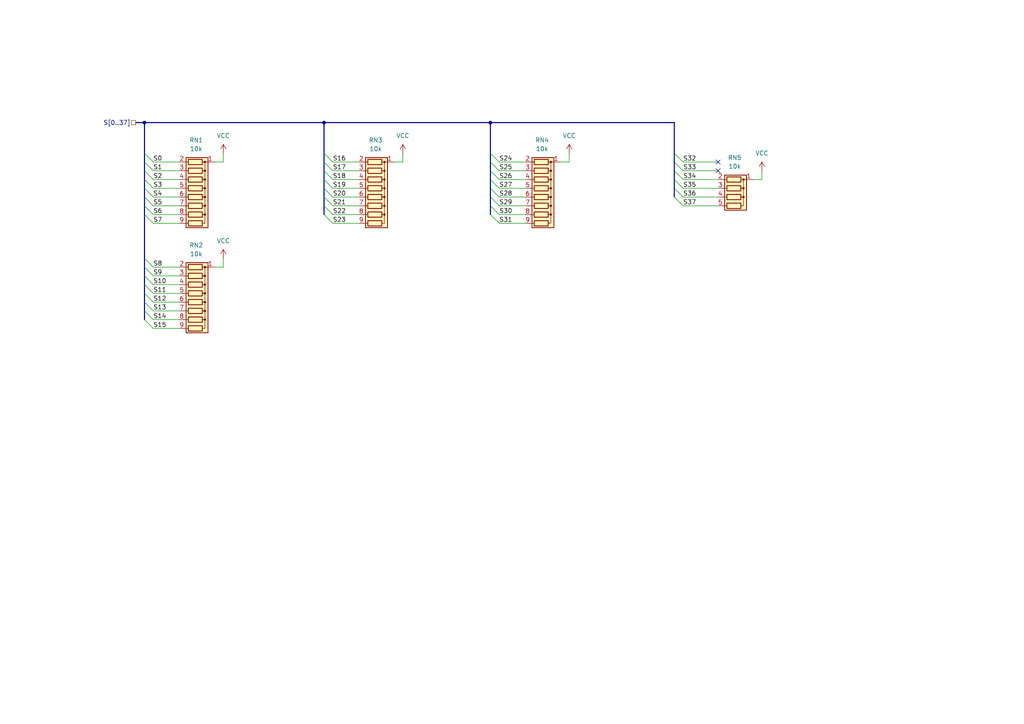
<source format=kicad_sch>
(kicad_sch (version 20211123) (generator eeschema)

  (uuid 37b3dfab-1fda-40e5-a6e8-2b21d90dc181)

  (paper "A4")

  (title_block
    (title "Main Board for Z80")
    (rev "v1.0")
  )

  (lib_symbols
    (symbol "Device:R_Network04" (pin_names (offset 0) hide) (in_bom yes) (on_board yes)
      (property "Reference" "RN" (id 0) (at -7.62 0 90)
        (effects (font (size 1.27 1.27)))
      )
      (property "Value" "R_Network04" (id 1) (at 5.08 0 90)
        (effects (font (size 1.27 1.27)))
      )
      (property "Footprint" "Resistor_THT:R_Array_SIP5" (id 2) (at 6.985 0 90)
        (effects (font (size 1.27 1.27)) hide)
      )
      (property "Datasheet" "http://www.vishay.com/docs/31509/csc.pdf" (id 3) (at 0 0 0)
        (effects (font (size 1.27 1.27)) hide)
      )
      (property "ki_keywords" "R network star-topology" (id 4) (at 0 0 0)
        (effects (font (size 1.27 1.27)) hide)
      )
      (property "ki_description" "4 resistor network, star topology, bussed resistors, small symbol" (id 5) (at 0 0 0)
        (effects (font (size 1.27 1.27)) hide)
      )
      (property "ki_fp_filters" "R?Array?SIP*" (id 6) (at 0 0 0)
        (effects (font (size 1.27 1.27)) hide)
      )
      (symbol "R_Network04_0_1"
        (rectangle (start -6.35 -3.175) (end 3.81 3.175)
          (stroke (width 0.254) (type default) (color 0 0 0 0))
          (fill (type background))
        )
        (rectangle (start -5.842 1.524) (end -4.318 -2.54)
          (stroke (width 0.254) (type default) (color 0 0 0 0))
          (fill (type none))
        )
        (circle (center -5.08 2.286) (radius 0.254)
          (stroke (width 0) (type default) (color 0 0 0 0))
          (fill (type outline))
        )
        (rectangle (start -3.302 1.524) (end -1.778 -2.54)
          (stroke (width 0.254) (type default) (color 0 0 0 0))
          (fill (type none))
        )
        (circle (center -2.54 2.286) (radius 0.254)
          (stroke (width 0) (type default) (color 0 0 0 0))
          (fill (type outline))
        )
        (rectangle (start -0.762 1.524) (end 0.762 -2.54)
          (stroke (width 0.254) (type default) (color 0 0 0 0))
          (fill (type none))
        )
        (polyline
          (pts
            (xy -5.08 -2.54)
            (xy -5.08 -3.81)
          )
          (stroke (width 0) (type default) (color 0 0 0 0))
          (fill (type none))
        )
        (polyline
          (pts
            (xy -2.54 -2.54)
            (xy -2.54 -3.81)
          )
          (stroke (width 0) (type default) (color 0 0 0 0))
          (fill (type none))
        )
        (polyline
          (pts
            (xy 0 -2.54)
            (xy 0 -3.81)
          )
          (stroke (width 0) (type default) (color 0 0 0 0))
          (fill (type none))
        )
        (polyline
          (pts
            (xy 2.54 -2.54)
            (xy 2.54 -3.81)
          )
          (stroke (width 0) (type default) (color 0 0 0 0))
          (fill (type none))
        )
        (polyline
          (pts
            (xy -5.08 1.524)
            (xy -5.08 2.286)
            (xy -2.54 2.286)
            (xy -2.54 1.524)
          )
          (stroke (width 0) (type default) (color 0 0 0 0))
          (fill (type none))
        )
        (polyline
          (pts
            (xy -2.54 1.524)
            (xy -2.54 2.286)
            (xy 0 2.286)
            (xy 0 1.524)
          )
          (stroke (width 0) (type default) (color 0 0 0 0))
          (fill (type none))
        )
        (polyline
          (pts
            (xy 0 1.524)
            (xy 0 2.286)
            (xy 2.54 2.286)
            (xy 2.54 1.524)
          )
          (stroke (width 0) (type default) (color 0 0 0 0))
          (fill (type none))
        )
        (circle (center 0 2.286) (radius 0.254)
          (stroke (width 0) (type default) (color 0 0 0 0))
          (fill (type outline))
        )
        (rectangle (start 1.778 1.524) (end 3.302 -2.54)
          (stroke (width 0.254) (type default) (color 0 0 0 0))
          (fill (type none))
        )
      )
      (symbol "R_Network04_1_1"
        (pin passive line (at -5.08 5.08 270) (length 2.54)
          (name "common" (effects (font (size 1.27 1.27))))
          (number "1" (effects (font (size 1.27 1.27))))
        )
        (pin passive line (at -5.08 -5.08 90) (length 1.27)
          (name "R1" (effects (font (size 1.27 1.27))))
          (number "2" (effects (font (size 1.27 1.27))))
        )
        (pin passive line (at -2.54 -5.08 90) (length 1.27)
          (name "R2" (effects (font (size 1.27 1.27))))
          (number "3" (effects (font (size 1.27 1.27))))
        )
        (pin passive line (at 0 -5.08 90) (length 1.27)
          (name "R3" (effects (font (size 1.27 1.27))))
          (number "4" (effects (font (size 1.27 1.27))))
        )
        (pin passive line (at 2.54 -5.08 90) (length 1.27)
          (name "R4" (effects (font (size 1.27 1.27))))
          (number "5" (effects (font (size 1.27 1.27))))
        )
      )
    )
    (symbol "Device:R_Network08" (pin_names (offset 0) hide) (in_bom yes) (on_board yes)
      (property "Reference" "RN" (id 0) (at -12.7 0 90)
        (effects (font (size 1.27 1.27)))
      )
      (property "Value" "R_Network08" (id 1) (at 10.16 0 90)
        (effects (font (size 1.27 1.27)))
      )
      (property "Footprint" "Resistor_THT:R_Array_SIP9" (id 2) (at 12.065 0 90)
        (effects (font (size 1.27 1.27)) hide)
      )
      (property "Datasheet" "http://www.vishay.com/docs/31509/csc.pdf" (id 3) (at 0 0 0)
        (effects (font (size 1.27 1.27)) hide)
      )
      (property "ki_keywords" "R network star-topology" (id 4) (at 0 0 0)
        (effects (font (size 1.27 1.27)) hide)
      )
      (property "ki_description" "8 resistor network, star topology, bussed resistors, small symbol" (id 5) (at 0 0 0)
        (effects (font (size 1.27 1.27)) hide)
      )
      (property "ki_fp_filters" "R?Array?SIP*" (id 6) (at 0 0 0)
        (effects (font (size 1.27 1.27)) hide)
      )
      (symbol "R_Network08_0_1"
        (rectangle (start -11.43 -3.175) (end 8.89 3.175)
          (stroke (width 0.254) (type default) (color 0 0 0 0))
          (fill (type background))
        )
        (rectangle (start -10.922 1.524) (end -9.398 -2.54)
          (stroke (width 0.254) (type default) (color 0 0 0 0))
          (fill (type none))
        )
        (circle (center -10.16 2.286) (radius 0.254)
          (stroke (width 0) (type default) (color 0 0 0 0))
          (fill (type outline))
        )
        (rectangle (start -8.382 1.524) (end -6.858 -2.54)
          (stroke (width 0.254) (type default) (color 0 0 0 0))
          (fill (type none))
        )
        (circle (center -7.62 2.286) (radius 0.254)
          (stroke (width 0) (type default) (color 0 0 0 0))
          (fill (type outline))
        )
        (rectangle (start -5.842 1.524) (end -4.318 -2.54)
          (stroke (width 0.254) (type default) (color 0 0 0 0))
          (fill (type none))
        )
        (circle (center -5.08 2.286) (radius 0.254)
          (stroke (width 0) (type default) (color 0 0 0 0))
          (fill (type outline))
        )
        (rectangle (start -3.302 1.524) (end -1.778 -2.54)
          (stroke (width 0.254) (type default) (color 0 0 0 0))
          (fill (type none))
        )
        (circle (center -2.54 2.286) (radius 0.254)
          (stroke (width 0) (type default) (color 0 0 0 0))
          (fill (type outline))
        )
        (rectangle (start -0.762 1.524) (end 0.762 -2.54)
          (stroke (width 0.254) (type default) (color 0 0 0 0))
          (fill (type none))
        )
        (polyline
          (pts
            (xy -10.16 -2.54)
            (xy -10.16 -3.81)
          )
          (stroke (width 0) (type default) (color 0 0 0 0))
          (fill (type none))
        )
        (polyline
          (pts
            (xy -7.62 -2.54)
            (xy -7.62 -3.81)
          )
          (stroke (width 0) (type default) (color 0 0 0 0))
          (fill (type none))
        )
        (polyline
          (pts
            (xy -5.08 -2.54)
            (xy -5.08 -3.81)
          )
          (stroke (width 0) (type default) (color 0 0 0 0))
          (fill (type none))
        )
        (polyline
          (pts
            (xy -2.54 -2.54)
            (xy -2.54 -3.81)
          )
          (stroke (width 0) (type default) (color 0 0 0 0))
          (fill (type none))
        )
        (polyline
          (pts
            (xy 0 -2.54)
            (xy 0 -3.81)
          )
          (stroke (width 0) (type default) (color 0 0 0 0))
          (fill (type none))
        )
        (polyline
          (pts
            (xy 2.54 -2.54)
            (xy 2.54 -3.81)
          )
          (stroke (width 0) (type default) (color 0 0 0 0))
          (fill (type none))
        )
        (polyline
          (pts
            (xy 5.08 -2.54)
            (xy 5.08 -3.81)
          )
          (stroke (width 0) (type default) (color 0 0 0 0))
          (fill (type none))
        )
        (polyline
          (pts
            (xy 7.62 -2.54)
            (xy 7.62 -3.81)
          )
          (stroke (width 0) (type default) (color 0 0 0 0))
          (fill (type none))
        )
        (polyline
          (pts
            (xy -10.16 1.524)
            (xy -10.16 2.286)
            (xy -7.62 2.286)
            (xy -7.62 1.524)
          )
          (stroke (width 0) (type default) (color 0 0 0 0))
          (fill (type none))
        )
        (polyline
          (pts
            (xy -7.62 1.524)
            (xy -7.62 2.286)
            (xy -5.08 2.286)
            (xy -5.08 1.524)
          )
          (stroke (width 0) (type default) (color 0 0 0 0))
          (fill (type none))
        )
        (polyline
          (pts
            (xy -5.08 1.524)
            (xy -5.08 2.286)
            (xy -2.54 2.286)
            (xy -2.54 1.524)
          )
          (stroke (width 0) (type default) (color 0 0 0 0))
          (fill (type none))
        )
        (polyline
          (pts
            (xy -2.54 1.524)
            (xy -2.54 2.286)
            (xy 0 2.286)
            (xy 0 1.524)
          )
          (stroke (width 0) (type default) (color 0 0 0 0))
          (fill (type none))
        )
        (polyline
          (pts
            (xy 0 1.524)
            (xy 0 2.286)
            (xy 2.54 2.286)
            (xy 2.54 1.524)
          )
          (stroke (width 0) (type default) (color 0 0 0 0))
          (fill (type none))
        )
        (polyline
          (pts
            (xy 2.54 1.524)
            (xy 2.54 2.286)
            (xy 5.08 2.286)
            (xy 5.08 1.524)
          )
          (stroke (width 0) (type default) (color 0 0 0 0))
          (fill (type none))
        )
        (polyline
          (pts
            (xy 5.08 1.524)
            (xy 5.08 2.286)
            (xy 7.62 2.286)
            (xy 7.62 1.524)
          )
          (stroke (width 0) (type default) (color 0 0 0 0))
          (fill (type none))
        )
        (circle (center 0 2.286) (radius 0.254)
          (stroke (width 0) (type default) (color 0 0 0 0))
          (fill (type outline))
        )
        (rectangle (start 1.778 1.524) (end 3.302 -2.54)
          (stroke (width 0.254) (type default) (color 0 0 0 0))
          (fill (type none))
        )
        (circle (center 2.54 2.286) (radius 0.254)
          (stroke (width 0) (type default) (color 0 0 0 0))
          (fill (type outline))
        )
        (rectangle (start 4.318 1.524) (end 5.842 -2.54)
          (stroke (width 0.254) (type default) (color 0 0 0 0))
          (fill (type none))
        )
        (circle (center 5.08 2.286) (radius 0.254)
          (stroke (width 0) (type default) (color 0 0 0 0))
          (fill (type outline))
        )
        (rectangle (start 6.858 1.524) (end 8.382 -2.54)
          (stroke (width 0.254) (type default) (color 0 0 0 0))
          (fill (type none))
        )
      )
      (symbol "R_Network08_1_1"
        (pin passive line (at -10.16 5.08 270) (length 2.54)
          (name "common" (effects (font (size 1.27 1.27))))
          (number "1" (effects (font (size 1.27 1.27))))
        )
        (pin passive line (at -10.16 -5.08 90) (length 1.27)
          (name "R1" (effects (font (size 1.27 1.27))))
          (number "2" (effects (font (size 1.27 1.27))))
        )
        (pin passive line (at -7.62 -5.08 90) (length 1.27)
          (name "R2" (effects (font (size 1.27 1.27))))
          (number "3" (effects (font (size 1.27 1.27))))
        )
        (pin passive line (at -5.08 -5.08 90) (length 1.27)
          (name "R3" (effects (font (size 1.27 1.27))))
          (number "4" (effects (font (size 1.27 1.27))))
        )
        (pin passive line (at -2.54 -5.08 90) (length 1.27)
          (name "R4" (effects (font (size 1.27 1.27))))
          (number "5" (effects (font (size 1.27 1.27))))
        )
        (pin passive line (at 0 -5.08 90) (length 1.27)
          (name "R5" (effects (font (size 1.27 1.27))))
          (number "6" (effects (font (size 1.27 1.27))))
        )
        (pin passive line (at 2.54 -5.08 90) (length 1.27)
          (name "R6" (effects (font (size 1.27 1.27))))
          (number "7" (effects (font (size 1.27 1.27))))
        )
        (pin passive line (at 5.08 -5.08 90) (length 1.27)
          (name "R7" (effects (font (size 1.27 1.27))))
          (number "8" (effects (font (size 1.27 1.27))))
        )
        (pin passive line (at 7.62 -5.08 90) (length 1.27)
          (name "R8" (effects (font (size 1.27 1.27))))
          (number "9" (effects (font (size 1.27 1.27))))
        )
      )
    )
    (symbol "power:VCC" (power) (pin_names (offset 0)) (in_bom yes) (on_board yes)
      (property "Reference" "#PWR" (id 0) (at 0 -3.81 0)
        (effects (font (size 1.27 1.27)) hide)
      )
      (property "Value" "VCC" (id 1) (at 0 3.81 0)
        (effects (font (size 1.27 1.27)))
      )
      (property "Footprint" "" (id 2) (at 0 0 0)
        (effects (font (size 1.27 1.27)) hide)
      )
      (property "Datasheet" "" (id 3) (at 0 0 0)
        (effects (font (size 1.27 1.27)) hide)
      )
      (property "ki_keywords" "power-flag" (id 4) (at 0 0 0)
        (effects (font (size 1.27 1.27)) hide)
      )
      (property "ki_description" "Power symbol creates a global label with name \"VCC\"" (id 5) (at 0 0 0)
        (effects (font (size 1.27 1.27)) hide)
      )
      (symbol "VCC_0_1"
        (polyline
          (pts
            (xy -0.762 1.27)
            (xy 0 2.54)
          )
          (stroke (width 0) (type default) (color 0 0 0 0))
          (fill (type none))
        )
        (polyline
          (pts
            (xy 0 0)
            (xy 0 2.54)
          )
          (stroke (width 0) (type default) (color 0 0 0 0))
          (fill (type none))
        )
        (polyline
          (pts
            (xy 0 2.54)
            (xy 0.762 1.27)
          )
          (stroke (width 0) (type default) (color 0 0 0 0))
          (fill (type none))
        )
      )
      (symbol "VCC_1_1"
        (pin power_in line (at 0 0 90) (length 0) hide
          (name "VCC" (effects (font (size 1.27 1.27))))
          (number "1" (effects (font (size 1.27 1.27))))
        )
      )
    )
  )

  (junction (at 93.98 35.56) (diameter 0) (color 0 0 0 0)
    (uuid 61608607-ff7d-4edd-a4b2-e27aed54e66d)
  )
  (junction (at 41.91 35.56) (diameter 0) (color 0 0 0 0)
    (uuid 980a3586-8c70-489c-ad48-8dd8c78e4bfd)
  )
  (junction (at 142.24 35.56) (diameter 0) (color 0 0 0 0)
    (uuid cdffdd7d-5a2a-40a4-a546-850b880afcff)
  )

  (no_connect (at 208.28 46.99) (uuid a2686d14-d9a7-4511-848b-5753d0148a04))
  (no_connect (at 208.28 49.53) (uuid a2686d14-d9a7-4511-848b-5753d0148a05))

  (bus_entry (at 195.58 44.45) (size 2.54 2.54)
    (stroke (width 0) (type default) (color 0 0 0 0))
    (uuid 068fbb29-2778-4bb9-8f86-82f03bfa4290)
  )
  (bus_entry (at 142.24 59.69) (size 2.54 2.54)
    (stroke (width 0) (type default) (color 0 0 0 0))
    (uuid 0d66ec7a-4efd-49e2-ae3e-085c24fd82b1)
  )
  (bus_entry (at 93.98 46.99) (size 2.54 2.54)
    (stroke (width 0) (type default) (color 0 0 0 0))
    (uuid 12a3e423-2277-499a-ad29-04aaffcde575)
  )
  (bus_entry (at 41.91 62.23) (size 2.54 2.54)
    (stroke (width 0) (type default) (color 0 0 0 0))
    (uuid 15b8cf02-0d48-4298-a247-bce9282797cb)
  )
  (bus_entry (at 93.98 62.23) (size 2.54 2.54)
    (stroke (width 0) (type default) (color 0 0 0 0))
    (uuid 16ccdc7a-ce82-4ef7-abfc-e57b9f5bb9fb)
  )
  (bus_entry (at 93.98 44.45) (size 2.54 2.54)
    (stroke (width 0) (type default) (color 0 0 0 0))
    (uuid 17ab3158-5bd6-4950-b9ac-d9c77068301b)
  )
  (bus_entry (at 195.58 54.61) (size 2.54 2.54)
    (stroke (width 0) (type default) (color 0 0 0 0))
    (uuid 263cd67c-662d-479b-b28e-edb606f9c45a)
  )
  (bus_entry (at 142.24 49.53) (size 2.54 2.54)
    (stroke (width 0) (type default) (color 0 0 0 0))
    (uuid 26b700b9-5b98-4eaa-84cb-3944af451597)
  )
  (bus_entry (at 41.91 59.69) (size 2.54 2.54)
    (stroke (width 0) (type default) (color 0 0 0 0))
    (uuid 294de0ff-02fc-4169-a2e7-47ca8ecfafe7)
  )
  (bus_entry (at 41.91 52.07) (size 2.54 2.54)
    (stroke (width 0) (type default) (color 0 0 0 0))
    (uuid 34fce963-438c-4feb-9be0-68ceaef764e6)
  )
  (bus_entry (at 41.91 77.47) (size 2.54 2.54)
    (stroke (width 0) (type default) (color 0 0 0 0))
    (uuid 3a08e29e-827e-40b6-bd69-a9147290712e)
  )
  (bus_entry (at 195.58 46.99) (size 2.54 2.54)
    (stroke (width 0) (type default) (color 0 0 0 0))
    (uuid 41713494-4865-40d2-964f-14992cd1ad53)
  )
  (bus_entry (at 142.24 44.45) (size 2.54 2.54)
    (stroke (width 0) (type default) (color 0 0 0 0))
    (uuid 43258b19-0030-45ca-9469-52a79d1e50e9)
  )
  (bus_entry (at 41.91 80.01) (size 2.54 2.54)
    (stroke (width 0) (type default) (color 0 0 0 0))
    (uuid 4dd6c974-dfc9-4de2-a55a-b7a59e897a3f)
  )
  (bus_entry (at 41.91 90.17) (size 2.54 2.54)
    (stroke (width 0) (type default) (color 0 0 0 0))
    (uuid 4e332ee1-b1c5-4a33-8bbd-a93f9e5b469b)
  )
  (bus_entry (at 142.24 46.99) (size 2.54 2.54)
    (stroke (width 0) (type default) (color 0 0 0 0))
    (uuid 56da76c8-b0c7-44b7-8d73-cc2995ef9cc1)
  )
  (bus_entry (at 41.91 85.09) (size 2.54 2.54)
    (stroke (width 0) (type default) (color 0 0 0 0))
    (uuid 572d4d30-f5f7-4515-9ad2-5a43ecbf2281)
  )
  (bus_entry (at 93.98 52.07) (size 2.54 2.54)
    (stroke (width 0) (type default) (color 0 0 0 0))
    (uuid 6378979f-77e5-494e-80f5-6d4982227113)
  )
  (bus_entry (at 93.98 59.69) (size 2.54 2.54)
    (stroke (width 0) (type default) (color 0 0 0 0))
    (uuid 64a31897-9c32-4bb5-bcaf-979e2f6036bc)
  )
  (bus_entry (at 41.91 49.53) (size 2.54 2.54)
    (stroke (width 0) (type default) (color 0 0 0 0))
    (uuid 6f45e042-2c63-4263-a1fc-6a758f7f9f96)
  )
  (bus_entry (at 41.91 57.15) (size 2.54 2.54)
    (stroke (width 0) (type default) (color 0 0 0 0))
    (uuid 73752802-9f70-4fbf-87f9-8073561a5b8f)
  )
  (bus_entry (at 93.98 49.53) (size 2.54 2.54)
    (stroke (width 0) (type default) (color 0 0 0 0))
    (uuid 787cf2a2-56ff-4b63-8351-1496e30be8d1)
  )
  (bus_entry (at 142.24 57.15) (size 2.54 2.54)
    (stroke (width 0) (type default) (color 0 0 0 0))
    (uuid 886999be-d3ce-45c4-b48c-dc1aef212c55)
  )
  (bus_entry (at 195.58 52.07) (size 2.54 2.54)
    (stroke (width 0) (type default) (color 0 0 0 0))
    (uuid 9203fd56-46a6-479f-bdba-101c6367ffbc)
  )
  (bus_entry (at 142.24 54.61) (size 2.54 2.54)
    (stroke (width 0) (type default) (color 0 0 0 0))
    (uuid 958034e3-103b-40f8-b887-f860a3740411)
  )
  (bus_entry (at 41.91 54.61) (size 2.54 2.54)
    (stroke (width 0) (type default) (color 0 0 0 0))
    (uuid a4c4be74-4b10-4c12-b2ef-c4d1f8897ccf)
  )
  (bus_entry (at 195.58 57.15) (size 2.54 2.54)
    (stroke (width 0) (type default) (color 0 0 0 0))
    (uuid a6a615e7-a5f2-4033-8895-47bacea6bdef)
  )
  (bus_entry (at 93.98 57.15) (size 2.54 2.54)
    (stroke (width 0) (type default) (color 0 0 0 0))
    (uuid b32c1ac0-b30c-4eed-b2f1-d93e44024c26)
  )
  (bus_entry (at 142.24 52.07) (size 2.54 2.54)
    (stroke (width 0) (type default) (color 0 0 0 0))
    (uuid bb77389c-916d-4bce-9464-e432390bc27d)
  )
  (bus_entry (at 41.91 44.45) (size 2.54 2.54)
    (stroke (width 0) (type default) (color 0 0 0 0))
    (uuid c4beb260-e7e5-42a1-ae8c-24ca0d32a48e)
  )
  (bus_entry (at 41.91 74.93) (size 2.54 2.54)
    (stroke (width 0) (type default) (color 0 0 0 0))
    (uuid c6cad270-ab2a-479d-b44a-ff0299e96143)
  )
  (bus_entry (at 93.98 54.61) (size 2.54 2.54)
    (stroke (width 0) (type default) (color 0 0 0 0))
    (uuid cb061fa6-2788-4ff6-af7d-9ab8e085ebcf)
  )
  (bus_entry (at 41.91 82.55) (size 2.54 2.54)
    (stroke (width 0) (type default) (color 0 0 0 0))
    (uuid d15cb55f-01ef-47bc-ae8f-f12a856792f9)
  )
  (bus_entry (at 41.91 46.99) (size 2.54 2.54)
    (stroke (width 0) (type default) (color 0 0 0 0))
    (uuid d429ffa2-bee1-4186-8da9-0459c63a02de)
  )
  (bus_entry (at 142.24 62.23) (size 2.54 2.54)
    (stroke (width 0) (type default) (color 0 0 0 0))
    (uuid e396b254-6b8e-4c92-a336-16f8b5d608ed)
  )
  (bus_entry (at 195.58 49.53) (size 2.54 2.54)
    (stroke (width 0) (type default) (color 0 0 0 0))
    (uuid e707a6dc-e36f-4a11-8374-c4f4b84ed984)
  )
  (bus_entry (at 41.91 92.71) (size 2.54 2.54)
    (stroke (width 0) (type default) (color 0 0 0 0))
    (uuid fa2a6697-4f08-41b7-9166-f555dce11bc4)
  )
  (bus_entry (at 41.91 87.63) (size 2.54 2.54)
    (stroke (width 0) (type default) (color 0 0 0 0))
    (uuid fb854da0-8423-4aa8-b2c3-9ed2b3d650c2)
  )

  (wire (pts (xy 64.77 77.47) (xy 62.23 77.47))
    (stroke (width 0) (type default) (color 0 0 0 0))
    (uuid 04c6a8a6-29eb-47c6-9634-bff95c4d6592)
  )
  (bus (pts (xy 93.98 49.53) (xy 93.98 52.07))
    (stroke (width 0) (type default) (color 0 0 0 0))
    (uuid 0640b4fd-900c-41e1-8b65-fe78ee1ec8ff)
  )

  (wire (pts (xy 104.14 49.53) (xy 96.52 49.53))
    (stroke (width 0) (type default) (color 0 0 0 0))
    (uuid 0656bf7f-323f-4840-a7bc-f7a9d3939982)
  )
  (wire (pts (xy 152.4 49.53) (xy 144.78 49.53))
    (stroke (width 0) (type default) (color 0 0 0 0))
    (uuid 0708cc65-5f07-4671-9aac-becb129ee8a1)
  )
  (wire (pts (xy 220.98 49.53) (xy 220.98 52.07))
    (stroke (width 0) (type default) (color 0 0 0 0))
    (uuid 07550ec6-0ca6-4d9e-8450-d788e899a0ec)
  )
  (wire (pts (xy 104.14 54.61) (xy 96.52 54.61))
    (stroke (width 0) (type default) (color 0 0 0 0))
    (uuid 0b645cf7-b5e6-4d83-9d23-c3867f0c6c9b)
  )
  (wire (pts (xy 198.12 52.07) (xy 208.28 52.07))
    (stroke (width 0) (type default) (color 0 0 0 0))
    (uuid 0dc3ca1f-11e5-43f7-ad37-eebc1fbe4f0b)
  )
  (bus (pts (xy 142.24 57.15) (xy 142.24 59.69))
    (stroke (width 0) (type default) (color 0 0 0 0))
    (uuid 118515a1-1297-4717-94de-7c676e612360)
  )

  (wire (pts (xy 44.45 87.63) (xy 52.07 87.63))
    (stroke (width 0) (type default) (color 0 0 0 0))
    (uuid 15339a86-d9d8-46ec-b459-d1ca2858385e)
  )
  (wire (pts (xy 220.98 52.07) (xy 218.44 52.07))
    (stroke (width 0) (type default) (color 0 0 0 0))
    (uuid 1893f3fd-4867-4a1f-a3d1-24b3b3c41d07)
  )
  (wire (pts (xy 104.14 64.77) (xy 96.52 64.77))
    (stroke (width 0) (type default) (color 0 0 0 0))
    (uuid 2182edc7-4897-4e0a-b125-01fb7e58c7a9)
  )
  (wire (pts (xy 198.12 59.69) (xy 208.28 59.69))
    (stroke (width 0) (type default) (color 0 0 0 0))
    (uuid 2c930749-b236-4d09-aa3e-431b7f8616e7)
  )
  (bus (pts (xy 39.37 35.56) (xy 41.91 35.56))
    (stroke (width 0) (type default) (color 0 0 0 0))
    (uuid 2d9c5315-adf0-4432-8e14-b2232601e7d1)
  )
  (bus (pts (xy 93.98 54.61) (xy 93.98 57.15))
    (stroke (width 0) (type default) (color 0 0 0 0))
    (uuid 2ed76518-b891-44e1-9a02-d3c68950bf1c)
  )

  (wire (pts (xy 104.14 62.23) (xy 96.52 62.23))
    (stroke (width 0) (type default) (color 0 0 0 0))
    (uuid 31a36b05-a007-461f-8fb6-681dc89cc851)
  )
  (bus (pts (xy 142.24 35.56) (xy 142.24 44.45))
    (stroke (width 0) (type default) (color 0 0 0 0))
    (uuid 329b7222-4d68-43ce-8038-ed9368fe3886)
  )

  (wire (pts (xy 104.14 46.99) (xy 96.52 46.99))
    (stroke (width 0) (type default) (color 0 0 0 0))
    (uuid 331e2269-6c11-4834-a501-09bec63b8376)
  )
  (wire (pts (xy 198.12 49.53) (xy 208.28 49.53))
    (stroke (width 0) (type default) (color 0 0 0 0))
    (uuid 33de4d9b-a744-45fa-b5a8-937f713bbd02)
  )
  (wire (pts (xy 52.07 54.61) (xy 44.45 54.61))
    (stroke (width 0) (type default) (color 0 0 0 0))
    (uuid 38925feb-7343-4acb-a15d-5b2efb5fcba6)
  )
  (bus (pts (xy 41.91 90.17) (xy 41.91 87.63))
    (stroke (width 0) (type default) (color 0 0 0 0))
    (uuid 3aad78a8-e815-4ca2-9737-0ef6d269a0aa)
  )

  (wire (pts (xy 152.4 54.61) (xy 144.78 54.61))
    (stroke (width 0) (type default) (color 0 0 0 0))
    (uuid 47525a4a-2bfd-431b-b48b-0618f47bd750)
  )
  (wire (pts (xy 116.84 46.99) (xy 114.3 46.99))
    (stroke (width 0) (type default) (color 0 0 0 0))
    (uuid 49a16c75-5f96-4dc5-91da-c0b8cd82c7d0)
  )
  (wire (pts (xy 116.84 44.45) (xy 116.84 46.99))
    (stroke (width 0) (type default) (color 0 0 0 0))
    (uuid 4d71891f-ef28-44e6-a751-36d2028ef2c1)
  )
  (bus (pts (xy 142.24 44.45) (xy 142.24 46.99))
    (stroke (width 0) (type default) (color 0 0 0 0))
    (uuid 4df43566-fbd0-4fdb-8fe6-8f8c1ccde9ea)
  )
  (bus (pts (xy 41.91 35.56) (xy 93.98 35.56))
    (stroke (width 0) (type default) (color 0 0 0 0))
    (uuid 55709f64-ceea-44f7-9b48-bff37f20ba85)
  )

  (wire (pts (xy 165.1 44.45) (xy 165.1 46.99))
    (stroke (width 0) (type default) (color 0 0 0 0))
    (uuid 56451d7a-dadc-42f2-b614-feefd01916eb)
  )
  (bus (pts (xy 41.91 82.55) (xy 41.91 80.01))
    (stroke (width 0) (type default) (color 0 0 0 0))
    (uuid 57838743-37de-4e85-a0c7-cb74f91aa0f5)
  )

  (wire (pts (xy 104.14 57.15) (xy 96.52 57.15))
    (stroke (width 0) (type default) (color 0 0 0 0))
    (uuid 578e0b83-3cce-46ee-9c11-68db1fc1732b)
  )
  (bus (pts (xy 93.98 57.15) (xy 93.98 59.69))
    (stroke (width 0) (type default) (color 0 0 0 0))
    (uuid 57bf7b75-c6cb-42a3-b55c-2deb9a9efce1)
  )

  (wire (pts (xy 104.14 59.69) (xy 96.52 59.69))
    (stroke (width 0) (type default) (color 0 0 0 0))
    (uuid 5825452c-e76b-4a91-88a1-1ac6dd2a7b4d)
  )
  (bus (pts (xy 41.91 46.99) (xy 41.91 44.45))
    (stroke (width 0) (type default) (color 0 0 0 0))
    (uuid 591d4e16-e4c4-4869-ba6a-4355d3e2cede)
  )
  (bus (pts (xy 41.91 80.01) (xy 41.91 77.47))
    (stroke (width 0) (type default) (color 0 0 0 0))
    (uuid 5d1675df-19ee-4c81-ba64-9e56fa26bead)
  )

  (wire (pts (xy 44.45 80.01) (xy 52.07 80.01))
    (stroke (width 0) (type default) (color 0 0 0 0))
    (uuid 610d7784-f07c-45b8-a78d-d840dd5cfa79)
  )
  (bus (pts (xy 142.24 46.99) (xy 142.24 49.53))
    (stroke (width 0) (type default) (color 0 0 0 0))
    (uuid 62aacf3a-39b8-4969-ac7a-f9605e65df8d)
  )

  (wire (pts (xy 52.07 64.77) (xy 44.45 64.77))
    (stroke (width 0) (type default) (color 0 0 0 0))
    (uuid 632db25c-472f-4072-be39-cfb92eb2a642)
  )
  (bus (pts (xy 41.91 52.07) (xy 41.91 49.53))
    (stroke (width 0) (type default) (color 0 0 0 0))
    (uuid 65a52643-2dfc-446b-8dad-1952fad5bc4f)
  )
  (bus (pts (xy 195.58 44.45) (xy 195.58 46.99))
    (stroke (width 0) (type default) (color 0 0 0 0))
    (uuid 65e0391e-aca3-4349-8070-dc6030135229)
  )

  (wire (pts (xy 44.45 90.17) (xy 52.07 90.17))
    (stroke (width 0) (type default) (color 0 0 0 0))
    (uuid 67d78040-9d81-45eb-a41c-2e2afb665af1)
  )
  (wire (pts (xy 198.12 54.61) (xy 208.28 54.61))
    (stroke (width 0) (type default) (color 0 0 0 0))
    (uuid 6d6085d9-6916-4bf2-b014-d60819953d97)
  )
  (wire (pts (xy 64.77 46.99) (xy 62.23 46.99))
    (stroke (width 0) (type default) (color 0 0 0 0))
    (uuid 6e2d3fc4-7d50-484a-af02-cdeea0a78c29)
  )
  (bus (pts (xy 142.24 54.61) (xy 142.24 57.15))
    (stroke (width 0) (type default) (color 0 0 0 0))
    (uuid 7652f333-f48e-4faa-996e-b2fcb38fbc7e)
  )

  (wire (pts (xy 165.1 46.99) (xy 162.56 46.99))
    (stroke (width 0) (type default) (color 0 0 0 0))
    (uuid 7689188d-702e-49c2-afde-b00dd5f58f4f)
  )
  (wire (pts (xy 144.78 59.69) (xy 152.4 59.69))
    (stroke (width 0) (type default) (color 0 0 0 0))
    (uuid 7c74fe95-17c2-45cf-9930-f9b2efc4df4f)
  )
  (bus (pts (xy 93.98 52.07) (xy 93.98 54.61))
    (stroke (width 0) (type default) (color 0 0 0 0))
    (uuid 7d0ef1c2-e022-4dba-87ad-8cc16c89cd2f)
  )
  (bus (pts (xy 41.91 54.61) (xy 41.91 52.07))
    (stroke (width 0) (type default) (color 0 0 0 0))
    (uuid 7da89a35-e386-4155-ae69-362dbd644675)
  )
  (bus (pts (xy 142.24 35.56) (xy 195.58 35.56))
    (stroke (width 0) (type default) (color 0 0 0 0))
    (uuid 7eeb2a9d-05cb-408f-88db-2c50104de5a0)
  )

  (wire (pts (xy 144.78 62.23) (xy 152.4 62.23))
    (stroke (width 0) (type default) (color 0 0 0 0))
    (uuid 848131b1-a827-4e5a-b47f-d25779ac7485)
  )
  (wire (pts (xy 152.4 46.99) (xy 144.78 46.99))
    (stroke (width 0) (type default) (color 0 0 0 0))
    (uuid 8528c976-9623-419d-ac3d-4d938977e8fa)
  )
  (bus (pts (xy 195.58 46.99) (xy 195.58 49.53))
    (stroke (width 0) (type default) (color 0 0 0 0))
    (uuid 87ebe403-9f48-467a-a1c8-d62508baa410)
  )

  (wire (pts (xy 44.45 95.25) (xy 52.07 95.25))
    (stroke (width 0) (type default) (color 0 0 0 0))
    (uuid 8b3c697e-d2f0-44f2-824c-3f0eef38c72e)
  )
  (bus (pts (xy 142.24 49.53) (xy 142.24 52.07))
    (stroke (width 0) (type default) (color 0 0 0 0))
    (uuid 8c9d05d7-7b11-4c5f-8c42-698025e8c400)
  )
  (bus (pts (xy 41.91 85.09) (xy 41.91 82.55))
    (stroke (width 0) (type default) (color 0 0 0 0))
    (uuid 8d35a178-63d9-414c-b505-7cae2646a6b5)
  )

  (wire (pts (xy 52.07 62.23) (xy 44.45 62.23))
    (stroke (width 0) (type default) (color 0 0 0 0))
    (uuid 906d1e88-2516-499d-a1e8-1c1c45deff54)
  )
  (bus (pts (xy 41.91 59.69) (xy 41.91 57.15))
    (stroke (width 0) (type default) (color 0 0 0 0))
    (uuid 952ee4f6-80b1-4f7b-972c-951da0a25745)
  )
  (bus (pts (xy 142.24 59.69) (xy 142.24 62.23))
    (stroke (width 0) (type default) (color 0 0 0 0))
    (uuid 97db32ac-3a5c-45e9-aded-2924f7a9d2a0)
  )
  (bus (pts (xy 195.58 57.15) (xy 195.58 54.61))
    (stroke (width 0) (type default) (color 0 0 0 0))
    (uuid 9838488c-d441-4c63-a571-c2921c80b312)
  )

  (wire (pts (xy 44.45 77.47) (xy 52.07 77.47))
    (stroke (width 0) (type default) (color 0 0 0 0))
    (uuid 99bab234-9867-4543-b834-c600803e1289)
  )
  (wire (pts (xy 52.07 46.99) (xy 44.45 46.99))
    (stroke (width 0) (type default) (color 0 0 0 0))
    (uuid 9a5f70b7-ba82-48ad-8d26-48dd23022543)
  )
  (bus (pts (xy 93.98 46.99) (xy 93.98 49.53))
    (stroke (width 0) (type default) (color 0 0 0 0))
    (uuid 9ed340ef-a95e-4266-95e6-33f6f0c6acf8)
  )

  (wire (pts (xy 44.45 85.09) (xy 52.07 85.09))
    (stroke (width 0) (type default) (color 0 0 0 0))
    (uuid a19e4c1f-6cfd-4231-be8a-1081601a64a0)
  )
  (wire (pts (xy 44.45 82.55) (xy 52.07 82.55))
    (stroke (width 0) (type default) (color 0 0 0 0))
    (uuid a521030a-eb0a-4375-b134-12c5c8e74490)
  )
  (wire (pts (xy 198.12 57.15) (xy 208.28 57.15))
    (stroke (width 0) (type default) (color 0 0 0 0))
    (uuid a5c45f0a-8709-4f70-b405-3dc25e903116)
  )
  (wire (pts (xy 52.07 59.69) (xy 44.45 59.69))
    (stroke (width 0) (type default) (color 0 0 0 0))
    (uuid a61d347e-db84-4ca4-8dae-18d475955ed7)
  )
  (bus (pts (xy 41.91 92.71) (xy 41.91 90.17))
    (stroke (width 0) (type default) (color 0 0 0 0))
    (uuid a8eaa486-27cd-4ec6-bfd6-f324045bec50)
  )

  (wire (pts (xy 144.78 57.15) (xy 152.4 57.15))
    (stroke (width 0) (type default) (color 0 0 0 0))
    (uuid ad9c154c-fc81-4e59-b63c-1962ffe27916)
  )
  (bus (pts (xy 41.91 87.63) (xy 41.91 85.09))
    (stroke (width 0) (type default) (color 0 0 0 0))
    (uuid b1eb793a-9e3f-4672-a124-d1a6def8b953)
  )

  (wire (pts (xy 52.07 49.53) (xy 44.45 49.53))
    (stroke (width 0) (type default) (color 0 0 0 0))
    (uuid b2fdf033-e96d-4838-bd93-4403c3f5e764)
  )
  (bus (pts (xy 41.91 77.47) (xy 41.91 74.93))
    (stroke (width 0) (type default) (color 0 0 0 0))
    (uuid b6213f23-2373-41d7-b228-523f368e4f8b)
  )
  (bus (pts (xy 142.24 52.07) (xy 142.24 54.61))
    (stroke (width 0) (type default) (color 0 0 0 0))
    (uuid b9ef344b-f0ae-4121-9fb1-83df940028d4)
  )
  (bus (pts (xy 93.98 59.69) (xy 93.98 62.23))
    (stroke (width 0) (type default) (color 0 0 0 0))
    (uuid be3d24c3-8b19-47ae-a00c-56eb19007497)
  )

  (wire (pts (xy 104.14 52.07) (xy 96.52 52.07))
    (stroke (width 0) (type default) (color 0 0 0 0))
    (uuid bf095548-9490-4630-9b18-df451db32f9e)
  )
  (bus (pts (xy 41.91 57.15) (xy 41.91 54.61))
    (stroke (width 0) (type default) (color 0 0 0 0))
    (uuid c05c021f-7baa-4568-8192-c45d51f4c9dc)
  )
  (bus (pts (xy 195.58 35.56) (xy 195.58 44.45))
    (stroke (width 0) (type default) (color 0 0 0 0))
    (uuid c357af49-ae0d-4362-b769-0724e435dc20)
  )
  (bus (pts (xy 93.98 44.45) (xy 93.98 46.99))
    (stroke (width 0) (type default) (color 0 0 0 0))
    (uuid c747b38b-cfe5-46b1-a80c-453c73147882)
  )

  (wire (pts (xy 64.77 44.45) (xy 64.77 46.99))
    (stroke (width 0) (type default) (color 0 0 0 0))
    (uuid c74b68ca-9cef-4c71-aa6a-4ef939218ba5)
  )
  (wire (pts (xy 152.4 52.07) (xy 144.78 52.07))
    (stroke (width 0) (type default) (color 0 0 0 0))
    (uuid c7919097-1da2-4216-abce-2181fa5390ea)
  )
  (wire (pts (xy 144.78 64.77) (xy 152.4 64.77))
    (stroke (width 0) (type default) (color 0 0 0 0))
    (uuid cba16461-57fe-43e8-9aab-99389a4f7c26)
  )
  (bus (pts (xy 93.98 35.56) (xy 93.98 44.45))
    (stroke (width 0) (type default) (color 0 0 0 0))
    (uuid d09b2ca0-bbad-4a01-a185-954412d406a8)
  )

  (wire (pts (xy 198.12 46.99) (xy 208.28 46.99))
    (stroke (width 0) (type default) (color 0 0 0 0))
    (uuid d3ce716d-1e73-409e-bba4-ccdcc41ef413)
  )
  (bus (pts (xy 195.58 49.53) (xy 195.58 52.07))
    (stroke (width 0) (type default) (color 0 0 0 0))
    (uuid d41fbf89-942b-4512-a61c-87375c06d09c)
  )

  (wire (pts (xy 64.77 74.93) (xy 64.77 77.47))
    (stroke (width 0) (type default) (color 0 0 0 0))
    (uuid dbc8ea6c-0ba6-4f36-857d-5f1d3a1043e5)
  )
  (wire (pts (xy 44.45 92.71) (xy 52.07 92.71))
    (stroke (width 0) (type default) (color 0 0 0 0))
    (uuid ddf74586-acd4-46e5-bee6-7ace9a57b558)
  )
  (bus (pts (xy 93.98 35.56) (xy 142.24 35.56))
    (stroke (width 0) (type default) (color 0 0 0 0))
    (uuid e68386b1-b62f-479e-b061-50acbdfb577f)
  )

  (wire (pts (xy 52.07 57.15) (xy 44.45 57.15))
    (stroke (width 0) (type default) (color 0 0 0 0))
    (uuid e74ce1bf-af97-407b-b11d-d350e934d692)
  )
  (bus (pts (xy 41.91 44.45) (xy 41.91 35.56))
    (stroke (width 0) (type default) (color 0 0 0 0))
    (uuid f53d16e2-5ec2-45eb-94b7-a68ef001a386)
  )
  (bus (pts (xy 41.91 49.53) (xy 41.91 46.99))
    (stroke (width 0) (type default) (color 0 0 0 0))
    (uuid f6a9c87d-afce-4d46-a612-ca9ab7d4cfa3)
  )
  (bus (pts (xy 41.91 62.23) (xy 41.91 74.93))
    (stroke (width 0) (type default) (color 0 0 0 0))
    (uuid f9096f65-1927-4c48-a48b-e1c7427fb96e)
  )
  (bus (pts (xy 195.58 54.61) (xy 195.58 52.07))
    (stroke (width 0) (type default) (color 0 0 0 0))
    (uuid fafec64e-b561-4b5c-8a0f-85e6447cb788)
  )
  (bus (pts (xy 41.91 62.23) (xy 41.91 59.69))
    (stroke (width 0) (type default) (color 0 0 0 0))
    (uuid fdf7853d-e02c-4f1f-bded-8e1a5a6c83c5)
  )

  (wire (pts (xy 52.07 52.07) (xy 44.45 52.07))
    (stroke (width 0) (type default) (color 0 0 0 0))
    (uuid ffd14491-5866-4bb3-b2f3-f24030205857)
  )

  (label "S5" (at 44.45 59.69 0)
    (effects (font (size 1.27 1.27)) (justify left bottom))
    (uuid 022e499c-bdd0-48ae-945c-807d4e7a3662)
  )
  (label "S6" (at 44.45 62.23 0)
    (effects (font (size 1.27 1.27)) (justify left bottom))
    (uuid 023592bb-71dd-4c98-b915-ede4f861a742)
  )
  (label "S36" (at 198.12 57.15 0)
    (effects (font (size 1.27 1.27)) (justify left bottom))
    (uuid 03960058-17a2-4e62-a93a-6e5d0aa493cb)
  )
  (label "S18" (at 96.52 52.07 0)
    (effects (font (size 1.27 1.27)) (justify left bottom))
    (uuid 0d345af1-8332-4dad-8843-d7b883ff8472)
  )
  (label "S29" (at 144.78 59.69 0)
    (effects (font (size 1.27 1.27)) (justify left bottom))
    (uuid 16a72601-79b6-4332-b963-a7461880027e)
  )
  (label "S12" (at 44.45 87.63 0)
    (effects (font (size 1.27 1.27)) (justify left bottom))
    (uuid 19e4a0a2-d017-4581-9386-9980f1a1847e)
  )
  (label "S25" (at 144.78 49.53 0)
    (effects (font (size 1.27 1.27)) (justify left bottom))
    (uuid 1a1f9cb7-40c1-4e32-b351-17df40859fd1)
  )
  (label "S37" (at 198.12 59.69 0)
    (effects (font (size 1.27 1.27)) (justify left bottom))
    (uuid 1debc8ee-bf06-4f6f-be2e-634d1370143b)
  )
  (label "S34" (at 198.12 52.07 0)
    (effects (font (size 1.27 1.27)) (justify left bottom))
    (uuid 201c8b18-47e4-4ed6-94b0-7bd7e694b8ab)
  )
  (label "S35" (at 198.12 54.61 0)
    (effects (font (size 1.27 1.27)) (justify left bottom))
    (uuid 23fee735-78ad-4148-aa11-5e04017a92f5)
  )
  (label "S15" (at 44.45 95.25 0)
    (effects (font (size 1.27 1.27)) (justify left bottom))
    (uuid 25bc9472-3ca7-42e3-afd5-4dd8209331aa)
  )
  (label "S22" (at 96.52 62.23 0)
    (effects (font (size 1.27 1.27)) (justify left bottom))
    (uuid 28fd138d-69ff-4e6c-a6d5-b773dd37f608)
  )
  (label "S27" (at 144.78 54.61 0)
    (effects (font (size 1.27 1.27)) (justify left bottom))
    (uuid 290a3e3e-7198-4bc7-97df-6655a85ea781)
  )
  (label "S10" (at 44.45 82.55 0)
    (effects (font (size 1.27 1.27)) (justify left bottom))
    (uuid 3ab60f91-4cbc-4667-8e09-821757d7e92b)
  )
  (label "S32" (at 198.12 46.99 0)
    (effects (font (size 1.27 1.27)) (justify left bottom))
    (uuid 3b2e79f3-be44-44c7-9ad9-64ba117f9f30)
  )
  (label "S9" (at 44.45 80.01 0)
    (effects (font (size 1.27 1.27)) (justify left bottom))
    (uuid 47d242b0-6167-436a-89a6-41d3a21f2df1)
  )
  (label "S28" (at 144.78 57.15 0)
    (effects (font (size 1.27 1.27)) (justify left bottom))
    (uuid 48d2aca1-8e5b-4288-8f1a-2352dd6f1036)
  )
  (label "S23" (at 96.52 64.77 0)
    (effects (font (size 1.27 1.27)) (justify left bottom))
    (uuid 5485615c-da46-4c9a-9a70-25f670cf9aa8)
  )
  (label "S30" (at 144.78 62.23 0)
    (effects (font (size 1.27 1.27)) (justify left bottom))
    (uuid 6a41dd0a-fcec-4291-b392-9cbb271a1d76)
  )
  (label "S11" (at 44.45 85.09 0)
    (effects (font (size 1.27 1.27)) (justify left bottom))
    (uuid 6c7a49e7-4292-4963-a6c9-18b4b7c29c0f)
  )
  (label "S0" (at 44.45 46.99 0)
    (effects (font (size 1.27 1.27)) (justify left bottom))
    (uuid 6ea631b6-0089-4157-be9a-cc14a5aa49bc)
  )
  (label "S1" (at 44.45 49.53 0)
    (effects (font (size 1.27 1.27)) (justify left bottom))
    (uuid 746e3729-a8eb-4fe6-aade-aa3e892b1b43)
  )
  (label "S13" (at 44.45 90.17 0)
    (effects (font (size 1.27 1.27)) (justify left bottom))
    (uuid 78c200cc-50a0-4d63-b7fa-def37c9ab9ac)
  )
  (label "S14" (at 44.45 92.71 0)
    (effects (font (size 1.27 1.27)) (justify left bottom))
    (uuid 7c534496-c9da-4a1a-a9ba-ee3a5d09a616)
  )
  (label "S8" (at 44.45 77.47 0)
    (effects (font (size 1.27 1.27)) (justify left bottom))
    (uuid 84eca526-ffd5-4439-a05c-6ee365c66f58)
  )
  (label "S7" (at 44.45 64.77 0)
    (effects (font (size 1.27 1.27)) (justify left bottom))
    (uuid 865c689d-f33a-4107-92cf-6d4c6c4a3e6b)
  )
  (label "S26" (at 144.78 52.07 0)
    (effects (font (size 1.27 1.27)) (justify left bottom))
    (uuid 86641682-2a31-49d6-a8fd-0a9d83cc1203)
  )
  (label "S31" (at 144.78 64.77 0)
    (effects (font (size 1.27 1.27)) (justify left bottom))
    (uuid 98643903-0d3a-4ada-8feb-2f1c643659e2)
  )
  (label "S16" (at 96.52 46.99 0)
    (effects (font (size 1.27 1.27)) (justify left bottom))
    (uuid a2108d05-17bd-44f4-b60d-dbca0150340b)
  )
  (label "S33" (at 198.12 49.53 0)
    (effects (font (size 1.27 1.27)) (justify left bottom))
    (uuid a2303632-9e0f-4ac9-92fb-668bf4add82b)
  )
  (label "S21" (at 96.52 59.69 0)
    (effects (font (size 1.27 1.27)) (justify left bottom))
    (uuid aedbb372-c0de-4a99-b556-12d997cab52f)
  )
  (label "S2" (at 44.45 52.07 0)
    (effects (font (size 1.27 1.27)) (justify left bottom))
    (uuid af0f6832-ff48-4aac-a2e8-93494f37a6a2)
  )
  (label "S3" (at 44.45 54.61 0)
    (effects (font (size 1.27 1.27)) (justify left bottom))
    (uuid bdc112d5-1189-4a68-9875-fd273a02cc14)
  )
  (label "S17" (at 96.52 49.53 0)
    (effects (font (size 1.27 1.27)) (justify left bottom))
    (uuid d010a078-3ab3-437c-acc2-8ee811065601)
  )
  (label "S24" (at 144.78 46.99 0)
    (effects (font (size 1.27 1.27)) (justify left bottom))
    (uuid d3796ae4-5dce-4aad-9b23-bd0699e1ef16)
  )
  (label "S20" (at 96.52 57.15 0)
    (effects (font (size 1.27 1.27)) (justify left bottom))
    (uuid d4b424f9-19d1-4ab7-8951-ed4a09d28ce9)
  )
  (label "S4" (at 44.45 57.15 0)
    (effects (font (size 1.27 1.27)) (justify left bottom))
    (uuid d7d759de-ded0-47f0-93e5-3333cf4dade7)
  )
  (label "S19" (at 96.52 54.61 0)
    (effects (font (size 1.27 1.27)) (justify left bottom))
    (uuid fcc29bbf-3366-4e9b-a6f7-6d80b94da377)
  )

  (hierarchical_label "S[0..37]" (shape passive) (at 39.37 35.56 180)
    (effects (font (size 1.27 1.27)) (justify right))
    (uuid aff971aa-cfb6-4745-b841-d9bdd45880d4)
  )

  (symbol (lib_id "Device:R_Network08") (at 57.15 57.15 270) (unit 1)
    (in_bom yes) (on_board yes) (fields_autoplaced)
    (uuid 47a5250e-d27f-436e-a3df-e410527e02d6)
    (property "Reference" "RN1" (id 0) (at 56.896 40.64 90))
    (property "Value" "10k" (id 1) (at 56.896 43.18 90))
    (property "Footprint" "Resistor_THT:R_Array_SIP9" (id 2) (at 57.15 69.215 90)
      (effects (font (size 1.27 1.27)) hide)
    )
    (property "Datasheet" "http://www.vishay.com/docs/31509/csc.pdf" (id 3) (at 57.15 57.15 0)
      (effects (font (size 1.27 1.27)) hide)
    )
    (pin "1" (uuid 5a42906b-8a5b-4d68-8940-e66cf94856b7))
    (pin "2" (uuid 5496e7d9-60bc-4d10-8566-c4a238ed1497))
    (pin "3" (uuid ea7706d4-431d-4544-b608-af87a6b2c192))
    (pin "4" (uuid 050abc75-0ee5-45bb-b0ba-e512ecc7ff8c))
    (pin "5" (uuid fdf36022-65aa-463d-b054-2831374988f7))
    (pin "6" (uuid abfe71fd-f81a-4d9e-ac6b-364546e6a58b))
    (pin "7" (uuid 6efb9fff-e7b6-4bed-88ed-7b7828a561f6))
    (pin "8" (uuid 1af1af95-d502-4665-9ecd-445f4d5fcb42))
    (pin "9" (uuid cd4edd23-573a-475e-8773-9908e7415a42))
  )

  (symbol (lib_id "Device:R_Network08") (at 157.48 57.15 270) (unit 1)
    (in_bom yes) (on_board yes) (fields_autoplaced)
    (uuid 6d1630b7-0cd6-483c-b234-7958b6224f38)
    (property "Reference" "RN4" (id 0) (at 157.226 40.64 90))
    (property "Value" "10k" (id 1) (at 157.226 43.18 90))
    (property "Footprint" "Resistor_THT:R_Array_SIP9" (id 2) (at 157.48 69.215 90)
      (effects (font (size 1.27 1.27)) hide)
    )
    (property "Datasheet" "http://www.vishay.com/docs/31509/csc.pdf" (id 3) (at 157.48 57.15 0)
      (effects (font (size 1.27 1.27)) hide)
    )
    (pin "1" (uuid fb7af1b1-832e-4b17-b387-654fc0563da1))
    (pin "2" (uuid d72aad0b-92b5-43f8-9ccd-d0c6b3177a47))
    (pin "3" (uuid 0725b77d-eb1f-4f59-8c34-031edd59fc06))
    (pin "4" (uuid de170c89-2cf5-45cf-8cee-156a55add06f))
    (pin "5" (uuid e663b3e4-4c3a-4d03-b49b-377ddcdb4501))
    (pin "6" (uuid 36362500-11b0-4182-ba8e-b6d824a3e52b))
    (pin "7" (uuid 95be35e5-3973-4000-ab78-00a136e9cca0))
    (pin "8" (uuid 9da4265d-4b19-4274-aaa6-e962f8542374))
    (pin "9" (uuid 4237b19f-66d3-4b0c-ac3b-64b4d2214c28))
  )

  (symbol (lib_id "Device:R_Network04") (at 213.36 57.15 270) (unit 1)
    (in_bom yes) (on_board yes) (fields_autoplaced)
    (uuid 6e377f8e-8fb7-4b7b-a8e8-76effa83c680)
    (property "Reference" "RN5" (id 0) (at 213.106 45.72 90))
    (property "Value" "10k" (id 1) (at 213.106 48.26 90))
    (property "Footprint" "Resistor_THT:R_Array_SIP5" (id 2) (at 213.36 64.135 90)
      (effects (font (size 1.27 1.27)) hide)
    )
    (property "Datasheet" "http://www.vishay.com/docs/31509/csc.pdf" (id 3) (at 213.36 57.15 0)
      (effects (font (size 1.27 1.27)) hide)
    )
    (pin "1" (uuid 6e274c77-3d7f-46fc-8bce-074f4fc18c3f))
    (pin "2" (uuid 09db278b-329a-4eeb-935d-1262c524a365))
    (pin "3" (uuid 8c5beb05-45b0-4c9e-aae6-598eee34b109))
    (pin "4" (uuid 7e578662-e66a-479c-b68c-7db3d4ede94f))
    (pin "5" (uuid 6ffc6051-dcd8-4d1d-9f36-c7dda35937e4))
  )

  (symbol (lib_id "Device:R_Network08") (at 57.15 87.63 270) (unit 1)
    (in_bom yes) (on_board yes) (fields_autoplaced)
    (uuid 89c458a0-7bc2-4baf-8195-c453efb0dbd4)
    (property "Reference" "RN2" (id 0) (at 56.896 71.12 90))
    (property "Value" "10k" (id 1) (at 56.896 73.66 90))
    (property "Footprint" "Resistor_THT:R_Array_SIP9" (id 2) (at 57.15 99.695 90)
      (effects (font (size 1.27 1.27)) hide)
    )
    (property "Datasheet" "http://www.vishay.com/docs/31509/csc.pdf" (id 3) (at 57.15 87.63 0)
      (effects (font (size 1.27 1.27)) hide)
    )
    (pin "1" (uuid 5e21f07a-8406-45bb-a5da-1679fa6f3c57))
    (pin "2" (uuid 6f54fcb6-3966-4557-96dc-81a38772ad58))
    (pin "3" (uuid 38007edb-947a-45d6-b88b-438e75a8a6c5))
    (pin "4" (uuid 0fab297e-9347-4430-ab49-d48e12653654))
    (pin "5" (uuid 5acb9bd8-4a74-4c83-b9df-cdd9a15a4a1d))
    (pin "6" (uuid e2c10072-be28-4d77-aa76-66c0b2b22a49))
    (pin "7" (uuid 7f88f77d-56c2-49a9-a00e-b93fac9141cd))
    (pin "8" (uuid d2156cfb-29ee-439d-854f-b2d40602bc16))
    (pin "9" (uuid 2ddf3139-f3b0-4f27-88e5-16829c631312))
  )

  (symbol (lib_id "Device:R_Network08") (at 109.22 57.15 270) (unit 1)
    (in_bom yes) (on_board yes) (fields_autoplaced)
    (uuid bb49a74f-c9bb-4408-a963-3a78849dcfb4)
    (property "Reference" "RN3" (id 0) (at 108.966 40.64 90))
    (property "Value" "10k" (id 1) (at 108.966 43.18 90))
    (property "Footprint" "Resistor_THT:R_Array_SIP9" (id 2) (at 109.22 69.215 90)
      (effects (font (size 1.27 1.27)) hide)
    )
    (property "Datasheet" "http://www.vishay.com/docs/31509/csc.pdf" (id 3) (at 109.22 57.15 0)
      (effects (font (size 1.27 1.27)) hide)
    )
    (pin "1" (uuid 5d2341c3-f58f-4097-a843-24a1efcc1d1b))
    (pin "2" (uuid 118146db-cc8e-4694-82af-176ef546ca29))
    (pin "3" (uuid 75ec9d52-08cd-4ebd-b346-e335bd0d4a64))
    (pin "4" (uuid 0fdc15e3-a582-4434-9e5c-5771e9ed8a1b))
    (pin "5" (uuid e64fcd06-90df-433f-8a98-01b8ea596c80))
    (pin "6" (uuid 115b79af-3867-4448-b471-a5a6fd127e29))
    (pin "7" (uuid d7990259-1aef-4d55-866a-4c4adbe8e8cf))
    (pin "8" (uuid bb325fb9-2488-43df-b3db-4b832a933b4c))
    (pin "9" (uuid f87d541e-92df-4418-9dd2-e9b07b5d5ee0))
  )

  (symbol (lib_id "power:VCC") (at 116.84 44.45 0) (unit 1)
    (in_bom yes) (on_board yes) (fields_autoplaced)
    (uuid cbdcde3e-bb9f-44bb-a12e-6e1ffa3d0900)
    (property "Reference" "#PWR0143" (id 0) (at 116.84 48.26 0)
      (effects (font (size 1.27 1.27)) hide)
    )
    (property "Value" "VCC" (id 1) (at 116.84 39.37 0))
    (property "Footprint" "" (id 2) (at 116.84 44.45 0)
      (effects (font (size 1.27 1.27)) hide)
    )
    (property "Datasheet" "" (id 3) (at 116.84 44.45 0)
      (effects (font (size 1.27 1.27)) hide)
    )
    (pin "1" (uuid ecf6403c-51c0-425f-bcc8-05e635276e39))
  )

  (symbol (lib_id "power:VCC") (at 165.1 44.45 0) (unit 1)
    (in_bom yes) (on_board yes) (fields_autoplaced)
    (uuid d2055e28-2979-4999-ad6b-8324ccd482cf)
    (property "Reference" "#PWR0145" (id 0) (at 165.1 48.26 0)
      (effects (font (size 1.27 1.27)) hide)
    )
    (property "Value" "VCC" (id 1) (at 165.1 39.37 0))
    (property "Footprint" "" (id 2) (at 165.1 44.45 0)
      (effects (font (size 1.27 1.27)) hide)
    )
    (property "Datasheet" "" (id 3) (at 165.1 44.45 0)
      (effects (font (size 1.27 1.27)) hide)
    )
    (pin "1" (uuid bc23137b-12c6-449c-9e0c-947c471287b5))
  )

  (symbol (lib_id "power:VCC") (at 220.98 49.53 0) (unit 1)
    (in_bom yes) (on_board yes) (fields_autoplaced)
    (uuid d2574e71-f88a-4b21-91fe-d482c03c85dc)
    (property "Reference" "#PWR0144" (id 0) (at 220.98 53.34 0)
      (effects (font (size 1.27 1.27)) hide)
    )
    (property "Value" "VCC" (id 1) (at 220.98 44.45 0))
    (property "Footprint" "" (id 2) (at 220.98 49.53 0)
      (effects (font (size 1.27 1.27)) hide)
    )
    (property "Datasheet" "" (id 3) (at 220.98 49.53 0)
      (effects (font (size 1.27 1.27)) hide)
    )
    (pin "1" (uuid f8391e07-ddf1-4077-a283-5ca59d2e69ae))
  )

  (symbol (lib_id "power:VCC") (at 64.77 74.93 0) (unit 1)
    (in_bom yes) (on_board yes) (fields_autoplaced)
    (uuid ed07c662-9add-4db3-8bd5-1441f0e499aa)
    (property "Reference" "#PWR0141" (id 0) (at 64.77 78.74 0)
      (effects (font (size 1.27 1.27)) hide)
    )
    (property "Value" "VCC" (id 1) (at 64.77 69.85 0))
    (property "Footprint" "" (id 2) (at 64.77 74.93 0)
      (effects (font (size 1.27 1.27)) hide)
    )
    (property "Datasheet" "" (id 3) (at 64.77 74.93 0)
      (effects (font (size 1.27 1.27)) hide)
    )
    (pin "1" (uuid 12d80ac3-48d4-4e3b-955c-cde2ee830dc4))
  )

  (symbol (lib_id "power:VCC") (at 64.77 44.45 0) (unit 1)
    (in_bom yes) (on_board yes) (fields_autoplaced)
    (uuid f4ec3392-ce30-4778-ace8-b3bc0d468308)
    (property "Reference" "#PWR0142" (id 0) (at 64.77 48.26 0)
      (effects (font (size 1.27 1.27)) hide)
    )
    (property "Value" "VCC" (id 1) (at 64.77 39.37 0))
    (property "Footprint" "" (id 2) (at 64.77 44.45 0)
      (effects (font (size 1.27 1.27)) hide)
    )
    (property "Datasheet" "" (id 3) (at 64.77 44.45 0)
      (effects (font (size 1.27 1.27)) hide)
    )
    (pin "1" (uuid e67c7786-7344-426b-9bdc-9706de561b1a))
  )
)

</source>
